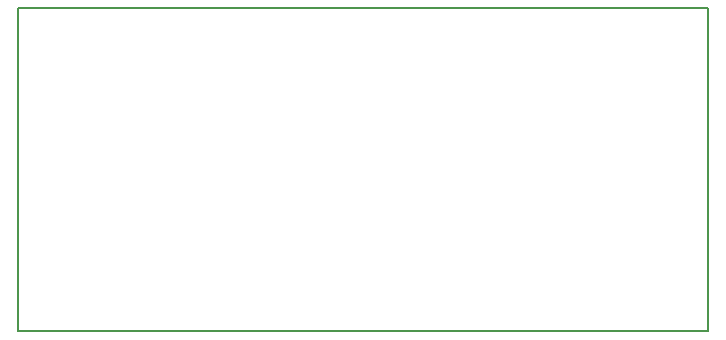
<source format=gbr>
G04 #@! TF.GenerationSoftware,KiCad,Pcbnew,(5.0.2)-1*
G04 #@! TF.CreationDate,2019-01-01T20:39:11-08:00*
G04 #@! TF.ProjectId,500-1141,3530302d-3131-4343-912e-6b696361645f,rev?*
G04 #@! TF.SameCoordinates,Original*
G04 #@! TF.FileFunction,Profile,NP*
%FSLAX46Y46*%
G04 Gerber Fmt 4.6, Leading zero omitted, Abs format (unit mm)*
G04 Created by KiCad (PCBNEW (5.0.2)-1) date 1/1/2019 8:39:11 PM*
%MOMM*%
%LPD*%
G01*
G04 APERTURE LIST*
%ADD10C,0.150000*%
G04 APERTURE END LIST*
D10*
X67310000Y-119380000D02*
X68580000Y-119380000D01*
X67310000Y-92075000D02*
X67310000Y-119380000D01*
X125730000Y-92075000D02*
X67310000Y-92075000D01*
X125730000Y-119380000D02*
X125730000Y-92075000D01*
X68580000Y-119380000D02*
X125730000Y-119380000D01*
M02*

</source>
